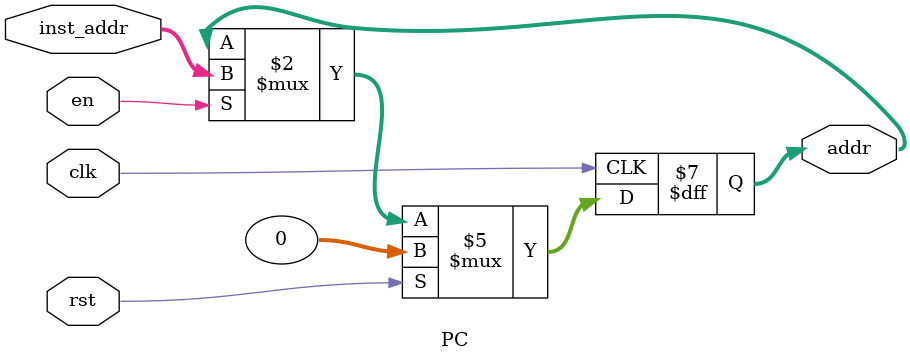
<source format=v>
`timescale 1ns / 1ps

module PC (
    input clk,
    input rst,  // Í¬²½¸´Î»
    input en,
    input [31:0] inst_addr,
    output [31:0] addr
    );
    
    reg [31:0] addr = 0;
    
    always @(negedge clk) begin
        if(rst) 
            addr = 0;
        else
           addr = en ? inst_addr : addr;
    end
    
    //assign addr = rst ? 0 : inst_addr;
endmodule
</source>
